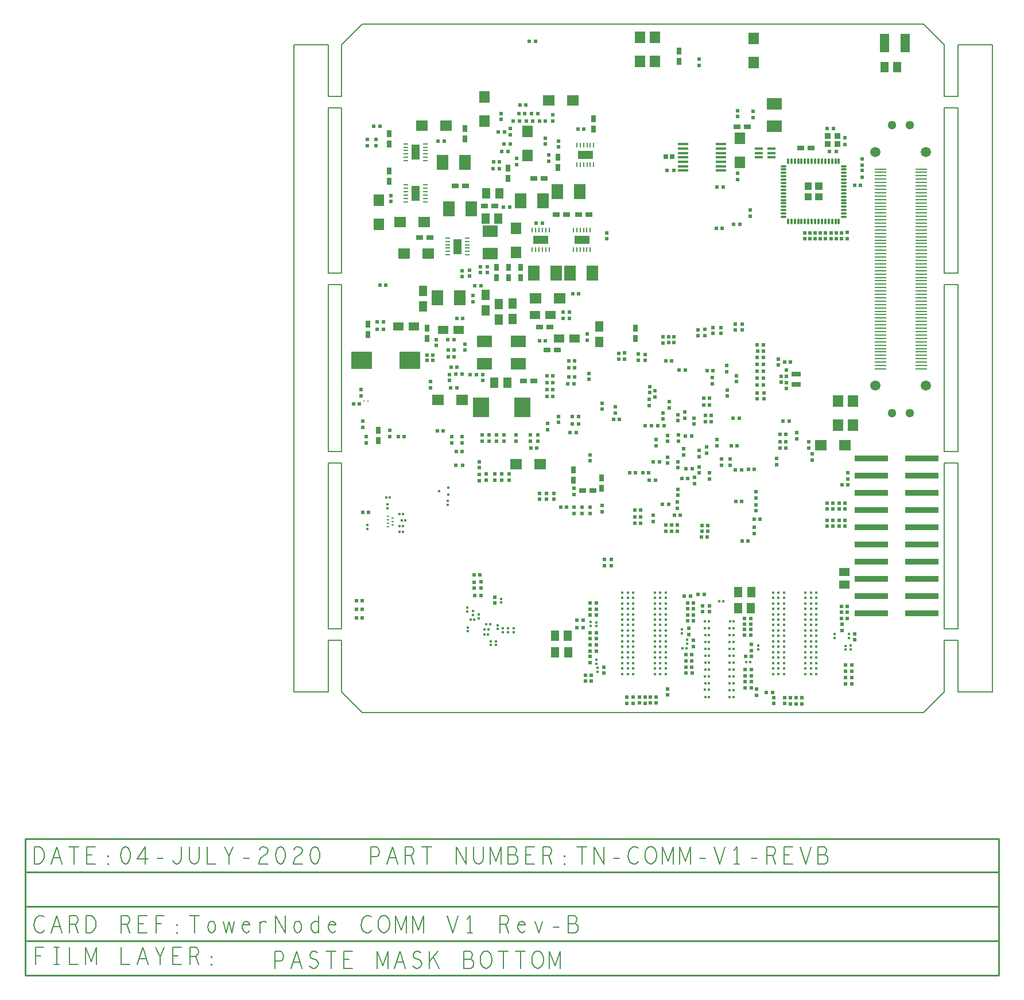
<source format=gbr>
G04 ================== begin FILE IDENTIFICATION RECORD ==================*
G04 Layout Name:  E:/CAD/CAD/FACEBOOK/COM V1/WORK/21-12-20/COM_V1_P2_21-12-2020_4.brd*
G04 Film Name:    COM_V1_P2_PB.gbr*
G04 File Format:  Gerber RS274X*
G04 File Origin:  Cadence Allegro 16.6-2015-S108*
G04 Origin Date:  Mon Dec 21 19:16:08 2020*
G04 *
G04 Layer:  DRAWING FORMAT/FILM_LABEL_OUTLINE*
G04 Layer:  PIN/PASTEMASK_BOTTOM*
G04 Layer:  PACKAGE GEOMETRY/PASTEMASK_BOTTOM*
G04 Layer:  BOARD GEOMETRY/OUTLINE*
G04 Layer:  BOARD GEOMETRY/TOOLING_CORNERS*
G04 *
G04 Offset:    (0.000 0.000)*
G04 Mirror:    No*
G04 Mode:      Positive*
G04 Rotation:  0*
G04 FullContactRelief:  No*
G04 UndefLineWidth:     6.000*
G04 ================== end FILE IDENTIFICATION RECORD ====================*
%FSLAX55Y55*MOIN*%
%IR0*IPPOS*OFA0.00000B0.00000*MIA0B0*SFA1.00000B1.00000*%
%ADD47R,.055X.11*%
%ADD19R,.094488X.114173*%
%ADD12R,.015748X.005906*%
%ADD25R,.007874X.007874*%
%ADD20R,.12X.1*%
%ADD38R,.194882X.033465*%
%ADD40R,.070866X.007874*%
%ADD23R,.04X.03*%
%ADD24R,.03X.04*%
%ADD28R,.027X.011*%
%ADD22R,.06X.05*%
%ADD15R,.017X.012*%
%ADD30R,.011X.027*%
%ADD21R,.05X.06*%
%ADD14R,.012X.017*%
%ADD13R,.07X.06*%
%ADD43R,.05X.017*%
%ADD32R,.06X.07*%
%ADD44R,.037X.033*%
%ADD46O,.0335X.0118*%
%ADD45O,.0118X.0335*%
%ADD37R,.059X.051*%
%ADD16R,.09X.065*%
%ADD31R,.091X.047*%
%ADD18R,.051X.059*%
%ADD17R,.065X.09*%
%ADD29R,.047X.091*%
%ADD26R,.0248X.02205*%
%ADD10R,.02X.02*%
%ADD27R,.02205X.0248*%
%ADD11R,.016142X.012205*%
%ADD41C,.051181*%
%ADD35R,.028X.028*%
%ADD33R,.024402X.024402*%
%ADD42C,.059055*%
%ADD34C,.015748*%
%ADD39R,.055118X.027559*%
%ADD36R,.062992X.01378*%
%ADD48C,.005*%
%ADD49C,.006*%
%ADD50C,.01*%
G75*
%LPD*%
G75*
G36*
G01X274947Y297558D02*
X279087D01*
Y301698D01*
X274947D01*
Y297558D01*
G37*
G36*
G01Y303658D02*
X279087D01*
Y307798D01*
X274947D01*
Y303658D01*
G37*
G36*
G01X268847D02*
X272987D01*
Y307798D01*
X268847D01*
Y303658D01*
G37*
G36*
G01Y297558D02*
X272987D01*
Y301698D01*
X268847D01*
Y297558D01*
G37*
G54D10*
X12126Y116129D03*
X15626D03*
X89018Y67048D03*
Y63548D03*
X76747Y72258D03*
Y75758D03*
X80279Y79986D03*
X76779D03*
X80861Y68088D03*
X77361D03*
X81008Y72292D03*
Y75792D03*
X79923Y142220D03*
X92930Y138517D03*
Y135017D03*
X88788Y138542D03*
Y135042D03*
X79924Y134678D03*
Y138178D03*
X97123Y135028D03*
Y138528D03*
X83930Y135036D03*
Y138536D03*
X8555Y54981D03*
X12055D03*
X8495Y64959D03*
X11995D03*
X8510Y59989D03*
X12010D03*
X27931Y163939D03*
Y160439D03*
X81469Y161148D03*
Y157648D03*
X55444Y163484D03*
X58944D03*
X36323Y160401D03*
X32823D03*
X63316Y188461D03*
X66816D03*
X113960Y161279D03*
Y157779D03*
X101230Y157692D03*
Y161192D03*
X109514Y157771D03*
Y161271D03*
X113316Y153623D03*
X109816D03*
X79923Y145720D03*
X89897Y161149D03*
Y157649D03*
X85724Y157637D03*
Y161137D03*
X53008Y204515D03*
X49508D03*
X62476Y192805D03*
Y196305D03*
X61856Y206696D03*
X65356D03*
X81917Y192842D03*
Y196342D03*
X71709Y210588D03*
Y214088D03*
X49456Y207547D03*
X52956D03*
X78104Y196359D03*
X74604D03*
X69862Y196537D03*
X66362D03*
X63493Y200720D03*
X66993D03*
X65362Y210786D03*
X61862D03*
X22208Y248271D03*
X25708D03*
X20677Y222786D03*
X24177D03*
X24182Y226979D03*
X20682D03*
X55002Y216689D03*
Y213189D03*
X77333Y247952D03*
X80833D03*
X65227Y216693D03*
X61727D03*
X66816Y229119D03*
X70316D03*
X70061Y253278D03*
Y256778D03*
X74234Y256976D03*
Y253476D03*
X84434Y258976D03*
Y255476D03*
X80434Y258976D03*
Y255476D03*
X76334Y242276D03*
Y238776D03*
X94084Y161138D03*
Y157638D03*
X10328Y179317D03*
X6828D03*
X66446Y151674D03*
X69946D03*
X93973Y293769D03*
X97473D03*
X59530Y331912D03*
X56030D03*
X110327Y347994D03*
X113827D03*
X96532Y326112D03*
X93032D03*
X91551Y315814D03*
X88051D03*
X97884Y335678D03*
Y339178D03*
X94544Y337223D03*
X91044D03*
X97828Y330407D03*
X94328D03*
X92420Y344492D03*
Y347992D03*
X102834Y347976D03*
X106334D03*
X18584Y340676D03*
X22084D03*
X28461Y300292D03*
Y296792D03*
X101734Y321926D03*
Y318426D03*
X99734Y343576D03*
X103234D03*
X113008Y284425D03*
X107002Y353114D03*
X103502D03*
X14969Y329401D03*
Y332901D03*
X19875Y329377D03*
Y332877D03*
X91585Y319938D03*
X88085D03*
X110816Y343631D03*
X107316D03*
X176243Y8923D03*
Y5423D03*
X182500Y9027D03*
Y5527D03*
X165589Y8923D03*
Y5423D03*
X169313Y8923D03*
Y5423D03*
X173037Y8974D03*
Y5474D03*
X179353Y8974D03*
Y5474D03*
X234342Y21437D03*
X141522Y21515D03*
X145022D03*
X141502Y18406D03*
X145002D03*
X203483Y22854D03*
X199983D03*
X234342Y14347D03*
Y17838D03*
X189315Y10132D03*
Y13632D03*
X134832Y130229D03*
Y126729D03*
X144134Y119176D03*
Y115676D03*
X232460Y99505D03*
X212396Y102114D03*
X208897D03*
X212651Y108475D03*
X209151D03*
X212651Y105320D03*
X209151D03*
X204801Y132956D03*
Y136456D03*
X232334Y122476D03*
X228834D03*
X178334Y139376D03*
X174834D03*
X167234Y139276D03*
X170734D03*
X200034Y141776D03*
X203534D03*
X213444Y135660D03*
Y139160D03*
X195334Y142276D03*
X207534Y142676D03*
Y139176D03*
X194934Y118776D03*
Y122276D03*
X201034Y136076D03*
X197534D03*
X178634Y134876D03*
X182134D03*
X195334Y129776D03*
Y126276D03*
X151134Y116676D03*
Y120176D03*
X203406Y26435D03*
X199906D03*
X203406Y33754D03*
X199906D03*
X203406Y30016D03*
X199906D03*
X144315Y42898D03*
X147815D03*
X144315Y39408D03*
X147815D03*
X144315Y46389D03*
X147815D03*
X144315Y35698D03*
X147815D03*
X204404Y53274D03*
X200904D03*
X144315Y56573D03*
X147815D03*
X233982Y54464D03*
X233930Y48142D03*
X234342Y24928D03*
X233930Y44956D03*
Y51329D03*
X144315Y60038D03*
X147815D03*
X144315Y63658D03*
X147815D03*
X202519Y67786D03*
X199019D03*
X204404Y63707D03*
X200904D03*
X204404Y60204D03*
X200904D03*
X204404Y56661D03*
X200904D03*
X189843Y121028D03*
X186343D03*
X139432Y115650D03*
Y119150D03*
X134932Y119173D03*
Y115673D03*
X173709Y110056D03*
Y113556D03*
X170209Y110056D03*
Y113556D03*
X188137Y108796D03*
X191637D03*
X188163Y105301D03*
X191663D03*
X180934Y111076D03*
Y114576D03*
X173709Y117486D03*
X170209D03*
X194925Y108810D03*
Y105310D03*
X193104Y114776D03*
X196604D03*
X156682Y85320D03*
Y88820D03*
X152523Y85328D03*
Y88828D03*
X136638Y49415D03*
X140138D03*
X140127Y53676D03*
X136627D03*
X144167Y28980D03*
Y32480D03*
X152309Y22903D03*
Y26403D03*
X201451Y48893D03*
Y45393D03*
X204381Y41872D03*
Y38372D03*
X234449Y32671D03*
X127154Y119177D03*
X130654D03*
X232234Y141104D03*
X228734D03*
X118988Y123839D03*
Y127339D03*
X114830Y123856D03*
Y127356D03*
X123165Y123895D03*
Y127395D03*
X206925Y68689D03*
X210425D03*
X213474Y58588D03*
Y62088D03*
X209734Y58588D03*
Y62088D03*
X119234Y183576D03*
X122734D03*
X133934Y171876D03*
X137434D03*
X144334Y149676D03*
Y146176D03*
X132634Y162776D03*
X136134D03*
X119234Y187576D03*
X122734D03*
X119234Y191576D03*
X122734D03*
X176365Y166566D03*
X179865D03*
X190334Y180476D03*
Y176976D03*
X189134Y157576D03*
Y161076D03*
X195434Y157776D03*
Y161276D03*
X203134Y160676D03*
X199634D03*
X207734Y148676D03*
Y152176D03*
X211834Y150676D03*
Y154176D03*
X189234Y144876D03*
Y148376D03*
X198734Y149676D03*
Y153176D03*
X214634Y172476D03*
X211134D03*
X186434Y170576D03*
Y174076D03*
X204634Y167476D03*
Y170976D03*
X210134Y178576D03*
X213634D03*
X187234Y166576D03*
X183734D03*
X214634Y168976D03*
X211134D03*
X210134Y182576D03*
X213634D03*
X184434Y145476D03*
X180934D03*
X182734Y158576D03*
Y155076D03*
X195134Y169576D03*
Y173076D03*
X199134Y171076D03*
Y174576D03*
X158834Y174076D03*
Y177576D03*
X178834Y189376D03*
Y185876D03*
X225734Y147176D03*
Y143676D03*
X195334Y145776D03*
X220534Y147176D03*
Y143676D03*
X157858Y170287D03*
X161358D03*
X151234Y176176D03*
Y179676D03*
X119418Y164310D03*
Y167810D03*
X133940Y167668D03*
X137440D03*
X217916Y158479D03*
Y154979D03*
X224034Y183905D03*
Y187405D03*
X215134Y190974D03*
Y194474D03*
X181917Y186843D03*
Y183343D03*
X178534Y181876D03*
Y178376D03*
X125884Y172106D03*
Y168606D03*
X134849Y190882D03*
X131349D03*
X227289Y170859D03*
X230789D03*
X229717Y155082D03*
X226217D03*
X119234Y195576D03*
X122734D03*
X229180Y192264D03*
Y195764D03*
X199436Y199070D03*
X195936D03*
X176134Y208111D03*
Y204611D03*
X172307Y208162D03*
Y204662D03*
X164152Y205321D03*
Y208821D03*
X160863Y205218D03*
Y208718D03*
X223534Y201596D03*
Y198096D03*
X212234Y198476D03*
X215734D03*
X188229Y204250D03*
X191729D03*
X135366Y194995D03*
X131866D03*
X135388Y204194D03*
X131888D03*
X135388Y200208D03*
X131888D03*
X128734Y232598D03*
X132234D03*
X142716Y216432D03*
Y219932D03*
X134234Y243376D03*
X137734D03*
X186434Y218276D03*
Y214776D03*
X132241Y228994D03*
X128741D03*
X228434Y225626D03*
Y222126D03*
X232434Y225626D03*
Y222126D03*
X220184Y223696D03*
Y220196D03*
X210934Y222471D03*
Y218971D03*
X215634Y223676D03*
Y220176D03*
X207029Y222376D03*
Y218876D03*
X189845Y214931D03*
Y218431D03*
X193054Y214931D03*
Y218431D03*
X114882Y216051D03*
X118382D03*
X143598Y193502D03*
Y197002D03*
X120375Y320314D03*
Y323814D03*
X231086Y283526D03*
X227586D03*
X207580Y376082D03*
Y379582D03*
X230018Y309712D03*
Y313212D03*
X118380Y333680D03*
Y330180D03*
X125927Y328457D03*
Y331957D03*
X217551Y281254D03*
X221051D03*
X229834Y346176D03*
Y349676D03*
X154034Y275126D03*
Y278626D03*
X140734Y338976D03*
X137234D03*
X122418Y347191D03*
Y343691D03*
X118324Y343648D03*
X114824D03*
X217993Y305214D03*
X221493D03*
X116508Y284425D03*
X257284Y8665D03*
Y5165D03*
X260542Y8613D03*
Y5113D03*
X264008Y8613D03*
Y5113D03*
X267369Y8561D03*
Y5061D03*
X250819Y8665D03*
Y5165D03*
X240954Y9974D03*
Y13474D03*
X296090Y16657D03*
X292590D03*
X296090Y20365D03*
X292590D03*
X237842Y21437D03*
Y14347D03*
Y17838D03*
X250220Y11556D03*
X246720D03*
X242934Y112176D03*
X239434D03*
X240434Y128176D03*
Y124676D03*
Y120676D03*
Y117176D03*
X235960Y99505D03*
X296090Y24010D03*
X292590D03*
X296110Y27532D03*
X292610D03*
X293623Y54702D03*
X290123D03*
X293623Y58128D03*
X290123D03*
X293623Y61476D03*
X290123D03*
X237482Y54464D03*
X237430Y48142D03*
X237842Y24928D03*
X237430Y44956D03*
Y51329D03*
X239538Y107540D03*
Y104040D03*
X237996Y39564D03*
Y36064D03*
X237949Y32671D03*
X290433Y51182D03*
Y47682D03*
X298023Y45659D03*
Y42159D03*
X288924Y108120D03*
Y111620D03*
X285230Y108120D03*
Y111620D03*
X292298Y108120D03*
Y111620D03*
Y118211D03*
Y121711D03*
X281752Y108120D03*
Y111620D03*
X288924Y118211D03*
Y121711D03*
X281752Y118211D03*
Y121711D03*
X285230Y118211D03*
Y121711D03*
X239610Y141293D03*
X236110D03*
X294001Y132350D03*
X290501D03*
X293998Y139136D03*
Y135636D03*
X258034Y161476D03*
X254534D03*
X254434Y157376D03*
X257934D03*
X258234Y188276D03*
Y191776D03*
X245234Y185676D03*
Y182176D03*
X241234Y185676D03*
Y182176D03*
X241334Y190176D03*
X244834D03*
X254468Y153720D03*
X257968D03*
X255129Y195291D03*
Y191791D03*
X273305Y150124D03*
Y146624D03*
X264149Y162501D03*
Y159001D03*
X271399Y153734D03*
Y157234D03*
X252674Y147480D03*
Y143980D03*
X253656Y205433D03*
Y201933D03*
X258234Y198876D03*
Y195376D03*
X244834Y206176D03*
X241334D03*
X244834Y198176D03*
X241334D03*
X244834Y202176D03*
X241334D03*
X244834Y194176D03*
X241334D03*
X260702Y203722D03*
X257202D03*
X244991Y209821D03*
X241491D03*
X244910Y213502D03*
X241410D03*
X256402Y169231D03*
X259902D03*
X239028Y349281D03*
Y345781D03*
X284146Y275284D03*
Y278784D03*
X274930Y275284D03*
Y278784D03*
X278008D03*
Y275284D03*
X268866Y278784D03*
Y275284D03*
X281069Y278784D03*
Y275284D03*
X287240D03*
Y278784D03*
X271886D03*
Y275284D03*
X290289D03*
Y278784D03*
X237405Y288342D03*
Y291842D03*
G54D11*
X56639Y128685D03*
X61757Y126717D03*
Y130654D03*
G54D20*
X11446Y204736D03*
X39446D03*
G54D21*
X99374Y228586D03*
Y237586D03*
X83730Y233618D03*
Y242618D03*
X91327Y237400D03*
Y228400D03*
X47188Y235886D03*
Y244886D03*
X149501Y215306D03*
Y224306D03*
G54D30*
X112581Y280416D03*
X110613D03*
Y268935D03*
X112581D03*
X142387Y280416D03*
Y268935D03*
X140418D03*
X138450Y280416D03*
X136481D03*
X134513D03*
Y268935D03*
X136481D03*
X138450D03*
X144355Y280416D03*
Y268935D03*
X140418Y280416D03*
X144387Y329616D03*
Y318135D03*
X142418D03*
X140450Y329616D03*
X138481D03*
X136513D03*
Y318135D03*
X138481D03*
X140450D03*
X146355Y329616D03*
Y318135D03*
X142418Y329616D03*
X118487Y280416D03*
Y268935D03*
X116518D03*
X114550Y280416D03*
Y268935D03*
X120455Y280416D03*
Y268935D03*
X116518Y280416D03*
G54D12*
X26820Y109871D03*
X29576Y108887D03*
Y110855D03*
Y112824D03*
X26820Y113808D03*
Y111839D03*
Y107902D03*
G54D31*
X115534Y274676D03*
X139434D03*
X141434Y323876D03*
G54D13*
X115402Y144213D03*
X101402D03*
X55944Y181608D03*
X69944D03*
X112576Y240484D03*
X60427Y341060D03*
X46427D03*
X47991Y284819D03*
X33991D03*
X36271Y266664D03*
X50271D03*
X126576Y240484D03*
X120285Y355532D03*
X134285D03*
X292172Y155450D03*
X278172D03*
G54D22*
X112286Y230978D03*
X67998Y222369D03*
X58998D03*
X41955Y224170D03*
X32955D03*
X121286Y230978D03*
X126223Y217348D03*
X135223D03*
G54D40*
X336470Y203568D03*
Y201600D03*
Y199631D03*
Y207505D03*
Y205537D03*
X312848Y199631D03*
Y201600D03*
Y203568D03*
Y205537D03*
Y207505D03*
Y209474D03*
Y211442D03*
Y213411D03*
Y215379D03*
Y217348D03*
Y219316D03*
Y221285D03*
Y223253D03*
Y225222D03*
Y227190D03*
Y229159D03*
Y231127D03*
Y233096D03*
Y235064D03*
Y237033D03*
Y239001D03*
Y240970D03*
Y242938D03*
Y244907D03*
Y246875D03*
Y248844D03*
Y250812D03*
Y252781D03*
Y254749D03*
Y256718D03*
Y258686D03*
Y260655D03*
Y262623D03*
X336470D03*
Y260655D03*
Y258686D03*
Y256718D03*
Y254749D03*
Y252781D03*
Y250812D03*
Y248844D03*
Y246875D03*
Y244907D03*
Y242938D03*
Y240970D03*
Y239001D03*
Y237033D03*
Y235064D03*
Y233096D03*
Y231127D03*
Y229159D03*
Y227190D03*
Y225222D03*
Y223253D03*
Y221285D03*
Y219316D03*
Y217348D03*
Y215379D03*
Y213411D03*
Y211442D03*
Y209474D03*
Y311836D03*
Y309867D03*
Y307899D03*
Y315773D03*
Y313804D03*
X312848Y307899D03*
Y309867D03*
Y311836D03*
Y313804D03*
Y315773D03*
Y264592D03*
Y266560D03*
Y268529D03*
Y270497D03*
Y272466D03*
Y274434D03*
Y276403D03*
Y278371D03*
Y280340D03*
Y282308D03*
Y284277D03*
Y286245D03*
Y288214D03*
Y290182D03*
Y292151D03*
Y294119D03*
Y296088D03*
Y298056D03*
Y300025D03*
Y301993D03*
Y303962D03*
Y305930D03*
X336470D03*
Y303962D03*
Y301993D03*
Y300025D03*
Y298056D03*
Y296088D03*
Y294119D03*
Y292151D03*
Y290182D03*
Y288214D03*
Y286245D03*
Y284277D03*
Y282308D03*
Y280340D03*
Y278371D03*
Y276403D03*
Y274434D03*
Y272466D03*
Y270497D03*
Y268529D03*
Y266560D03*
Y264592D03*
G54D50*
G01X-183757Y-112707D02*
X381593D01*
G01X381743Y-73471D02*
Y-152707D01*
X-183757D01*
G01Y-73376D02*
Y-152707D01*
G01Y-132707D02*
X381743D01*
Y-132557D01*
G01X-183757Y-92707D02*
X381693D01*
G01X-183757Y-73507D02*
X381743D01*
G54D41*
X329777Y174041D03*
X319541D03*
X329777Y341363D03*
X319541D03*
G54D32*
X101245Y267127D03*
Y281127D03*
X108062Y337619D03*
Y323619D03*
X82909Y357690D03*
Y343690D03*
X21515Y297506D03*
Y283506D03*
X231110Y319752D03*
Y333752D03*
X173114Y378303D03*
X181875Y378255D03*
X173114Y392303D03*
X181875Y392255D03*
X297025Y167069D03*
Y181069D03*
X288186Y167069D03*
Y181069D03*
X239308Y377671D03*
Y391671D03*
G54D14*
X86207Y51336D03*
X84023D03*
X85245Y48372D03*
X83061D03*
X33535Y105020D03*
X35719D03*
X25834Y125012D03*
X28018D03*
X33514Y108256D03*
X35698D03*
X34880Y111682D03*
X37064D03*
X33560Y115288D03*
X35744D03*
X82756Y45432D03*
X84940D03*
X74815Y53847D03*
X76999D03*
X213205Y21040D03*
X211021D03*
X213289Y8949D03*
X211104D03*
X213262Y13168D03*
X211078D03*
X225383Y17076D03*
X227567D03*
X213275Y16996D03*
X211091D03*
X225304Y21004D03*
X227488D03*
X225304Y13042D03*
X227488D03*
X225330Y9088D03*
X227514D03*
X197957Y37283D03*
X200141D03*
X213221Y48959D03*
X211037D03*
X225384Y49092D03*
X227568D03*
X213282Y45044D03*
X211097D03*
X213236Y53037D03*
X211052D03*
X213305Y37038D03*
X211121D03*
X225357Y41041D03*
X227541D03*
X225317Y33080D03*
X227501D03*
X213309Y29059D03*
X211125D03*
X225330Y25060D03*
X227514D03*
X213269Y33046D03*
X211085D03*
X219314Y64489D03*
X221498D03*
X225397Y45084D03*
X227581D03*
X225423Y53117D03*
X227607D03*
X225290Y37047D03*
X227474D03*
X213311Y24985D03*
X211127D03*
X225396Y29098D03*
X227580D03*
X213289Y41108D03*
X211105D03*
X237122Y29318D03*
X234938D03*
G54D23*
X111734Y192676D03*
X105734D03*
X115034Y223976D03*
X111634Y310376D03*
X65834Y306076D03*
X71834D03*
X51290Y275832D03*
X45290D03*
X88934Y294276D03*
X82934D03*
X140034Y129076D03*
X146034D03*
X125241Y210758D03*
X119241D03*
X121034Y223976D03*
X143434Y289376D03*
X137434D03*
X124634D03*
X130634D03*
X229434Y340376D03*
X235434D03*
X117634Y310376D03*
X272708Y327998D03*
X266708D03*
G54D42*
X339324Y189789D03*
X309994D03*
X339324Y325615D03*
X309994D03*
G54D33*
X112616Y389939D03*
X109076D03*
X301315Y306253D03*
X297774D03*
G54D15*
X26509Y118650D03*
Y120834D03*
X61628Y122897D03*
Y120713D03*
X76270Y56634D03*
Y58818D03*
X89504Y41388D03*
Y39204D03*
X14961Y108818D03*
Y106634D03*
X73351Y49374D03*
Y47190D03*
X96585Y48808D03*
Y46624D03*
X79685Y54724D03*
Y56908D03*
X90567Y50732D03*
Y48548D03*
X92731Y63874D03*
Y66059D03*
X99865Y48808D03*
Y46624D03*
X72853Y58637D03*
Y60821D03*
X86631Y41411D03*
Y39227D03*
X93530Y48831D03*
Y46647D03*
X147757Y52344D03*
Y50160D03*
X144467Y50330D03*
Y52514D03*
X148560Y23674D03*
Y25858D03*
X147781Y28319D03*
Y30504D03*
X197618Y48191D03*
Y46007D03*
X200648Y42212D03*
Y40028D03*
X292464Y38763D03*
Y36579D03*
X295696Y36605D03*
Y38789D03*
X241902Y38852D03*
Y36668D03*
X286273Y43353D03*
Y45537D03*
X294416Y45632D03*
Y43447D03*
G54D24*
X21331Y157939D03*
Y163939D03*
X96934Y258576D03*
Y252576D03*
X104034Y258576D03*
Y252576D03*
X90028Y258673D03*
Y252673D03*
X49610Y223310D03*
Y217310D03*
X15288Y219760D03*
Y225760D03*
X27634Y330276D03*
Y336276D03*
X27534Y308476D03*
Y314476D03*
X71534Y339276D03*
Y333276D03*
X96492Y310409D03*
Y316409D03*
X150913Y136157D03*
Y130157D03*
X134634Y140976D03*
Y134976D03*
X170486Y217396D03*
Y223396D03*
X125534Y322676D03*
Y316676D03*
X146234Y338876D03*
Y344876D03*
X195799Y378315D03*
Y384315D03*
G54D34*
X188165Y22451D03*
X162968D03*
X185015D03*
X166118D03*
X169267D03*
X181866D03*
X166118Y38199D03*
X181866D03*
X162968Y50797D03*
Y53947D03*
X166118Y57096D03*
Y60246D03*
X162968Y66545D03*
X188165Y50797D03*
X185015Y57096D03*
X188165Y60246D03*
Y66545D03*
X166118Y44498D03*
Y50797D03*
X162968Y69695D03*
X188165Y28750D03*
Y35049D03*
X185015Y44498D03*
X188165Y57096D03*
X162968Y28750D03*
Y35049D03*
X181866Y66545D03*
X188165Y47648D03*
X166118Y35049D03*
X162968Y47648D03*
Y57096D03*
Y63396D03*
X166118Y69695D03*
X185015Y47648D03*
X188165Y53947D03*
X185015Y60246D03*
X188165Y63396D03*
Y69695D03*
X162968Y25600D03*
Y31900D03*
X166118Y41348D03*
X169267Y50797D03*
X162968Y60246D03*
X188165Y25600D03*
Y31900D03*
X185015Y41348D03*
Y66545D03*
X181866Y44498D03*
X188165Y41348D03*
X169267Y35049D03*
X162968Y38199D03*
Y44498D03*
X188165Y38199D03*
Y44498D03*
X181866Y69695D03*
X166118Y66545D03*
X185015Y69695D03*
X169267D03*
X185015Y63396D03*
X166118D03*
X181866D03*
X169267Y60246D03*
Y66545D03*
Y63396D03*
X181866Y50797D03*
Y53947D03*
X169267Y47648D03*
X185015Y50797D03*
X166118Y47648D03*
X181866D03*
X166118Y53947D03*
X185015D03*
X169267D03*
X181866Y57096D03*
Y60246D03*
X169267Y57096D03*
X185015Y38199D03*
X169267Y41348D03*
X162968D03*
X169267Y44498D03*
X181866Y41348D03*
Y35049D03*
X166118Y31900D03*
X185015Y35049D03*
X181866Y25600D03*
X185015D03*
X166118D03*
X185015Y28750D03*
X166118D03*
X185015Y31900D03*
X181866Y28750D03*
X169267Y31900D03*
Y25600D03*
Y38199D03*
Y28750D03*
X181866Y31900D03*
X275666Y22451D03*
X250469D03*
X272516D03*
X253618D03*
X256768D03*
X269366D03*
X253618Y38199D03*
X269366D03*
X250469Y50797D03*
Y53947D03*
X253618Y57096D03*
Y60246D03*
X250469Y66545D03*
X275666Y50797D03*
X272516Y57096D03*
X275666Y60246D03*
Y66545D03*
X253618Y44498D03*
Y50797D03*
X250469Y69695D03*
X275666Y28750D03*
Y35049D03*
X272516Y44498D03*
X275666Y57096D03*
X250469Y28750D03*
Y35049D03*
X269366Y66545D03*
X275666Y47648D03*
X253618Y35049D03*
X250469Y47648D03*
Y57096D03*
Y63396D03*
X253618Y69695D03*
X272516Y47648D03*
X275666Y53947D03*
X272516Y60246D03*
X275666Y63396D03*
Y69695D03*
X250469Y25600D03*
Y31900D03*
X253618Y41348D03*
X256768Y50797D03*
X250469Y60246D03*
X275666Y25600D03*
Y31900D03*
X272516Y41348D03*
Y66545D03*
X269366Y44498D03*
X275666Y41348D03*
X256768Y35049D03*
X250469Y38199D03*
Y44498D03*
X275666Y38199D03*
Y44498D03*
X269366Y69695D03*
X253618Y66545D03*
X272516Y69695D03*
X256768D03*
X272516Y63396D03*
X253618D03*
X269366D03*
X256768Y60246D03*
Y66545D03*
Y63396D03*
X269366Y50797D03*
Y53947D03*
X256768Y47648D03*
X272516Y50797D03*
X253618Y47648D03*
X269366D03*
X253618Y53947D03*
X272516D03*
X256768D03*
X269366Y57096D03*
Y60246D03*
X256768Y57096D03*
X272516Y38199D03*
X256768Y41348D03*
X250469D03*
X256768Y44498D03*
X269366Y41348D03*
Y35049D03*
X253618Y31900D03*
X272516Y35049D03*
X269366Y25600D03*
X272516D03*
X253618D03*
X272516Y28750D03*
X253618D03*
X272516Y31900D03*
X269366Y28750D03*
X256768Y31900D03*
Y25600D03*
Y38199D03*
Y28750D03*
X269366Y31900D03*
G54D16*
X102534Y202580D03*
Y215572D03*
X82834Y202580D03*
Y215572D03*
X86291Y279516D03*
Y266524D03*
X251234Y340480D03*
Y353472D03*
G54D43*
X249644Y327662D03*
X242144Y322562D03*
X249644Y325112D03*
X242144D03*
Y327662D03*
X249644Y322562D03*
G54D25*
X15329Y180964D03*
X12967D03*
G54D35*
X188224Y322917D03*
X192014D03*
G54D26*
X12353Y169292D03*
Y165474D03*
X14142Y160419D03*
Y156601D03*
X51597Y188514D03*
Y192332D03*
X11229Y183870D03*
Y187688D03*
X69938Y160371D03*
Y156553D03*
X63788Y160370D03*
Y156552D03*
X292406Y330084D03*
Y333902D03*
X293597Y278943D03*
Y275125D03*
X302103Y321614D03*
Y317796D03*
Y311045D03*
Y314863D03*
G54D17*
X55538Y240976D03*
X68530D03*
X111538Y255176D03*
X71530Y319676D03*
X58538D03*
X75130Y292576D03*
X62138D03*
X104038Y297176D03*
X124530Y255176D03*
X132738D03*
X145730D03*
X125238Y302776D03*
X138230D03*
X117030Y297176D03*
G54D44*
X282328Y334851D03*
Y330323D03*
X288036Y334851D03*
Y330323D03*
G54D36*
X198108Y330172D03*
Y327612D03*
Y317376D03*
X220155Y319935D03*
X198108Y325054D03*
Y319935D03*
X220155Y317376D03*
Y325054D03*
X198108Y314817D03*
X220155Y322494D03*
X198108D03*
X220155Y314817D03*
Y327612D03*
Y330172D03*
G54D27*
X70209Y143608D03*
X66391D03*
X188950Y314856D03*
X192768D03*
X281861Y339370D03*
X285679D03*
X287215Y326088D03*
X283397D03*
G54D18*
X88719Y191671D03*
X96199D03*
X90914Y286878D03*
X83434D03*
X91414Y301676D03*
X83934D03*
X131330Y44769D03*
X123849D03*
X131433Y35046D03*
X123953D03*
X230220Y60764D03*
X230335Y70008D03*
X237700Y60764D03*
X237816Y70008D03*
X322622Y374916D03*
X315142D03*
G54D45*
X282827Y320198D03*
X284797D03*
X274947D03*
X271017Y285158D03*
Y320198D03*
X286767D03*
X269047D03*
X276917D03*
X269047Y285158D03*
X265107Y320198D03*
X261167D03*
X263137D03*
X288727D03*
X259207Y285158D03*
X263137D03*
X265107D03*
X267077D03*
X261167D03*
X276917D03*
X274947D03*
X272987D03*
X280857D03*
X278887D03*
X284797D03*
X286767D03*
X280857Y320198D03*
X278887D03*
X259207D03*
X288727Y285158D03*
X282827D03*
X272987Y320198D03*
X267077D03*
G54D37*
X291989Y74290D03*
Y81770D03*
G54D46*
X291487Y287918D03*
Y313508D03*
X256447Y307598D03*
X291487Y303658D03*
Y297758D03*
X256447Y317438D03*
X291487Y295788D03*
Y291848D03*
Y293818D03*
Y289878D03*
X256447Y295788D03*
Y293818D03*
Y287918D03*
Y301698D03*
Y299728D03*
Y305628D03*
Y303658D03*
Y297758D03*
X291487Y315478D03*
Y309568D03*
Y305628D03*
Y299728D03*
Y317438D03*
Y311538D03*
Y307598D03*
Y301698D03*
X256447Y313508D03*
Y315478D03*
Y289878D03*
Y311538D03*
Y291848D03*
Y309568D03*
G54D28*
X37093Y328429D03*
X48575D03*
Y326460D03*
X37093Y324492D03*
Y322522D03*
Y320555D03*
X48575D03*
Y322522D03*
Y324492D03*
X37093Y330396D03*
X48575D03*
X37093Y326460D03*
Y304529D03*
X48575D03*
Y302560D03*
X37093Y300592D03*
Y298622D03*
Y296655D03*
X48575D03*
Y298622D03*
Y300592D03*
X37093Y306497D03*
X48575D03*
X37093Y302560D03*
X61493Y273729D03*
X72975D03*
Y271760D03*
X61493Y269792D03*
Y267822D03*
Y265855D03*
X72975D03*
Y267822D03*
Y269792D03*
X61493Y275696D03*
X72975D03*
X61493Y271760D03*
G54D19*
X81034Y177376D03*
X105050D03*
G54D29*
X42834Y325476D03*
Y301576D03*
X67234Y270776D03*
G54D38*
X336939Y57558D03*
Y67558D03*
Y77558D03*
Y87558D03*
Y97558D03*
Y107558D03*
Y117558D03*
Y127558D03*
Y137558D03*
X307451D03*
Y127558D03*
Y117558D03*
Y107558D03*
Y97558D03*
Y87558D03*
Y77558D03*
Y67558D03*
Y57558D03*
X336939Y147558D03*
X307451D03*
G54D47*
X327342Y388840D03*
X315142D03*
G54D48*
G01X-27874Y388000D02*
Y12000D01*
G01D02*
X-7874D01*
G01Y42000D02*
Y12000D01*
G01Y42000D02*
X0D01*
G01X-7874Y48700D02*
X0D01*
G01X-7874Y144800D02*
Y48700D01*
G01Y248500D02*
X0D01*
G01X-7874Y255200D02*
X0D01*
G01X-7874Y151500D02*
X0D01*
G01X-7874Y144800D02*
X0D01*
G01X-7874Y248500D02*
Y151500D01*
G01Y351300D02*
Y255200D01*
G01Y388000D02*
Y358000D01*
G01D02*
X0D01*
G01X-7874Y351300D02*
X0D01*
G01X-27874Y388000D02*
X-7874D01*
G01X12000Y0D02*
X0Y12000D01*
G01X12000Y0D02*
X338000D01*
G01X0Y42000D02*
Y12000D01*
G01Y144800D02*
Y48700D01*
G01Y351300D02*
Y255200D01*
G01Y248500D02*
Y151500D01*
G01Y388000D02*
Y358000D01*
G01Y388000D02*
X12000Y400000D01*
G01X338000D02*
X12000D01*
G01X350000Y12000D02*
X338000Y0D01*
G01X350000Y12000D02*
Y42000D01*
G01Y48700D02*
X357874D01*
G01X350000Y42000D02*
X357874D01*
G01X350000Y48700D02*
Y144800D01*
G01Y255200D02*
X357874D01*
G01X350000Y248500D02*
X357874D01*
G01X350000Y144800D02*
X357874D01*
G01X350000Y151500D02*
X357874D01*
G01X350000D02*
Y248500D01*
G01Y255200D02*
Y351300D01*
G01D02*
X357874D01*
G01X350000Y358000D02*
X357874D01*
G01X350000D02*
Y388000D01*
G01X338000Y400000D02*
X350000Y388000D01*
G01X377874Y12000D02*
Y388000D01*
G01X357874Y12000D02*
Y42000D01*
G01Y12000D02*
X377874D01*
G01X357874Y48700D02*
Y144800D01*
G01Y151500D02*
Y248500D01*
G01Y255200D02*
Y351300D01*
G01Y358000D02*
Y388000D01*
G01D02*
X377874D01*
G54D39*
X264034Y196628D03*
Y190723D03*
G54D49*
G01X-172757Y-118840D02*
X-173507Y-118340D01*
X-174382Y-118007D01*
X-175382D01*
X-176507Y-118507D01*
X-177382Y-119340D01*
X-178007Y-120340D01*
X-178507Y-122007D01*
X-178632Y-123507D01*
X-178382Y-125007D01*
X-178007Y-126007D01*
X-177257Y-127007D01*
X-176382Y-127674D01*
X-175507Y-128007D01*
X-174632D01*
X-173757Y-127674D01*
X-173007Y-127174D01*
X-172382Y-126507D01*
G01X-168632Y-128007D02*
X-165507Y-118007D01*
X-162382Y-128007D01*
G01X-163507Y-124507D02*
X-167507D01*
G01X-158007Y-128007D02*
Y-118007D01*
X-154882D01*
X-153882Y-118507D01*
X-153257Y-119174D01*
X-153007Y-120507D01*
X-153257Y-121840D01*
X-154007Y-122673D01*
X-154882Y-123174D01*
X-158007D01*
G01X-154882D02*
X-153007Y-128007D01*
G01X-148257D02*
Y-118007D01*
X-145757D01*
X-144757Y-118507D01*
X-144007Y-119174D01*
X-143382Y-120173D01*
X-142882Y-121340D01*
X-142757Y-123007D01*
X-142882Y-124674D01*
X-143382Y-125840D01*
X-144007Y-126840D01*
X-144757Y-127507D01*
X-145757Y-128007D01*
X-148257D01*
G01X-128007D02*
Y-118007D01*
X-124882D01*
X-123882Y-118507D01*
X-123257Y-119174D01*
X-123007Y-120507D01*
X-123257Y-121840D01*
X-124007Y-122673D01*
X-124882Y-123174D01*
X-128007D01*
G01X-124882D02*
X-123007Y-128007D01*
G01X-113007D02*
X-118007D01*
Y-118007D01*
X-113007D01*
G01X-115007Y-122840D02*
X-118007D01*
G01X-107882Y-128007D02*
Y-118007D01*
X-103132D01*
G01X-104882Y-122840D02*
X-107882D01*
G01X-95507Y-128340D02*
X-95757Y-128173D01*
Y-127840D01*
X-95507Y-127674D01*
X-95257Y-127840D01*
Y-128173D01*
X-95507Y-128340D01*
G01Y-123840D02*
X-95757Y-123673D01*
Y-123340D01*
X-95507Y-123174D01*
X-95257Y-123340D01*
Y-123673D01*
X-95507Y-123840D01*
G01X-85507Y-118007D02*
Y-128007D01*
G01X-88382Y-118007D02*
X-82632D01*
G01X-75507Y-128007D02*
X-76257Y-127840D01*
X-77007Y-127174D01*
X-77507Y-126007D01*
X-77757Y-124674D01*
X-77507Y-123340D01*
X-77007Y-122174D01*
X-76257Y-121507D01*
X-75507Y-121340D01*
X-74757Y-121507D01*
X-74007Y-122174D01*
X-73507Y-123340D01*
X-73382Y-124674D01*
X-73507Y-126007D01*
X-74007Y-127174D01*
X-74757Y-127840D01*
X-75507Y-128007D01*
G01X-68632Y-121340D02*
X-67132Y-128007D01*
X-65507Y-121340D01*
X-63882Y-128007D01*
X-62382Y-121340D01*
G01X-57382Y-123507D02*
X-53382D01*
X-53757Y-122340D01*
X-54382Y-121674D01*
X-55257Y-121340D01*
X-56132Y-121507D01*
X-56882Y-122007D01*
X-57382Y-123174D01*
X-57632Y-124174D01*
Y-125173D01*
X-57382Y-126174D01*
X-56757Y-127174D01*
X-56007Y-127840D01*
X-55132Y-128007D01*
X-54257Y-127674D01*
X-53382Y-126674D01*
G01X-47257Y-128007D02*
Y-121340D01*
G01Y-122673D02*
X-46632Y-122007D01*
X-46007Y-121507D01*
X-45132Y-121340D01*
X-44507Y-121507D01*
X-43757Y-122007D01*
G01X-38382Y-128007D02*
Y-118007D01*
X-32632Y-128007D01*
Y-118007D01*
G01X-25507Y-128007D02*
X-26257Y-127840D01*
X-27007Y-127174D01*
X-27507Y-126007D01*
X-27757Y-124674D01*
X-27507Y-123340D01*
X-27007Y-122174D01*
X-26257Y-121507D01*
X-25507Y-121340D01*
X-24757Y-121507D01*
X-24007Y-122174D01*
X-23507Y-123340D01*
X-23382Y-124674D01*
X-23507Y-126007D01*
X-24007Y-127174D01*
X-24757Y-127840D01*
X-25507Y-128007D01*
G01X-13257Y-118007D02*
Y-128007D01*
G01Y-126507D02*
X-13757Y-127340D01*
X-14507Y-127840D01*
X-15382Y-128007D01*
X-16382Y-127674D01*
X-17132Y-126840D01*
X-17632Y-125840D01*
X-17757Y-124674D01*
X-17632Y-123507D01*
X-17132Y-122507D01*
X-16382Y-121674D01*
X-15382Y-121340D01*
X-14507Y-121507D01*
X-13882Y-121840D01*
X-13257Y-122507D01*
G01X-7382Y-123507D02*
X-3382D01*
X-3757Y-122340D01*
X-4382Y-121674D01*
X-5257Y-121340D01*
X-6132Y-121507D01*
X-6882Y-122007D01*
X-7382Y-123174D01*
X-7632Y-124174D01*
Y-125173D01*
X-7382Y-126174D01*
X-6757Y-127174D01*
X-6007Y-127840D01*
X-5132Y-128007D01*
X-4257Y-127674D01*
X-3382Y-126674D01*
G01X17243Y-118840D02*
X16493Y-118340D01*
X15618Y-118007D01*
X14618D01*
X13493Y-118507D01*
X12618Y-119340D01*
X11993Y-120340D01*
X11493Y-122007D01*
X11368Y-123507D01*
X11618Y-125007D01*
X11993Y-126007D01*
X12743Y-127007D01*
X13618Y-127674D01*
X14493Y-128007D01*
X15368D01*
X16243Y-127674D01*
X16993Y-127174D01*
X17618Y-126507D01*
G01X24493Y-128007D02*
X23493Y-127840D01*
X22618Y-127174D01*
X21868Y-126174D01*
X21368Y-125007D01*
X21118Y-123673D01*
Y-122340D01*
X21368Y-121007D01*
X21868Y-119840D01*
X22618Y-118840D01*
X23493Y-118173D01*
X24493Y-118007D01*
X25493Y-118173D01*
X26368Y-118840D01*
X27118Y-119840D01*
X27618Y-121007D01*
X27868Y-122340D01*
Y-123673D01*
X27618Y-125007D01*
X27118Y-126174D01*
X26368Y-127174D01*
X25493Y-127840D01*
X24493Y-128007D01*
G01X31243D02*
Y-118007D01*
X34493Y-126340D01*
X37743Y-118007D01*
Y-128007D01*
G01X41243D02*
Y-118007D01*
X44493Y-126340D01*
X47743Y-118007D01*
Y-128007D01*
G01X61368Y-118007D02*
X64493Y-128007D01*
X67618Y-118007D01*
G01X74493Y-128007D02*
Y-118007D01*
X72993Y-120007D01*
G01Y-128007D02*
X75993D01*
G01X91993D02*
Y-118007D01*
X95118D01*
X96118Y-118507D01*
X96743Y-119174D01*
X96993Y-120507D01*
X96743Y-121840D01*
X95993Y-122673D01*
X95118Y-123174D01*
X91993D01*
G01X95118D02*
X96993Y-128007D01*
G01X102618Y-123507D02*
X106618D01*
X106243Y-122340D01*
X105618Y-121674D01*
X104743Y-121340D01*
X103868Y-121507D01*
X103118Y-122007D01*
X102618Y-123174D01*
X102368Y-124174D01*
Y-125173D01*
X102618Y-126174D01*
X103243Y-127174D01*
X103993Y-127840D01*
X104868Y-128007D01*
X105743Y-127674D01*
X106618Y-126674D01*
G01X112243Y-121340D02*
X114493Y-128007D01*
X116743Y-121340D01*
G01X122868Y-124674D02*
X126118D01*
G01X135493Y-122673D02*
X135993Y-122174D01*
X136368Y-121340D01*
X136618Y-120173D01*
X136368Y-119174D01*
X135868Y-118507D01*
X134993Y-118007D01*
X131618D01*
Y-128007D01*
X135743D01*
X136618Y-127340D01*
X137118Y-126340D01*
X137368Y-125173D01*
X137118Y-124007D01*
X136368Y-123007D01*
X135493Y-122673D01*
X131618D01*
G01X-177882Y-146507D02*
Y-136507D01*
X-173132D01*
G01X-174882Y-141340D02*
X-177882D01*
G01X-167007Y-136507D02*
X-164007D01*
G01X-165507D02*
Y-146507D01*
G01X-167007D02*
X-164007D01*
G01X-158007Y-136507D02*
Y-146507D01*
X-153007D01*
G01X-148757D02*
Y-136507D01*
X-145507Y-144840D01*
X-142257Y-136507D01*
Y-146507D01*
G01X-128007Y-136507D02*
Y-146507D01*
X-123007D01*
G01X-118632D02*
X-115507Y-136507D01*
X-112382Y-146507D01*
G01X-113507Y-143007D02*
X-117507D01*
G01X-105507Y-146507D02*
Y-142007D01*
X-108007Y-136507D01*
G01X-103007D02*
X-105507Y-142007D01*
G01X-93007Y-146507D02*
X-98007D01*
Y-136507D01*
X-93007D01*
G01X-95007Y-141340D02*
X-98007D01*
G01X-88007Y-146507D02*
Y-136507D01*
X-84882D01*
X-83882Y-137007D01*
X-83257Y-137673D01*
X-83007Y-139007D01*
X-83257Y-140340D01*
X-84007Y-141173D01*
X-84882Y-141674D01*
X-88007D01*
G01X-84882D02*
X-83007Y-146507D01*
G01X-75507Y-146840D02*
X-75757Y-146673D01*
Y-146340D01*
X-75507Y-146174D01*
X-75257Y-146340D01*
Y-146673D01*
X-75507Y-146840D01*
G01Y-142340D02*
X-75757Y-142174D01*
Y-141840D01*
X-75507Y-141674D01*
X-75257Y-141840D01*
Y-142174D01*
X-75507Y-142340D01*
G01X-178257Y-88007D02*
Y-78007D01*
X-175757D01*
X-174757Y-78507D01*
X-174007Y-79174D01*
X-173382Y-80173D01*
X-172882Y-81340D01*
X-172757Y-83007D01*
X-172882Y-84674D01*
X-173382Y-85840D01*
X-174007Y-86840D01*
X-174757Y-87507D01*
X-175757Y-88007D01*
X-178257D01*
G01X-168632D02*
X-165507Y-78007D01*
X-162382Y-88007D01*
G01X-163507Y-84507D02*
X-167507D01*
G01X-155507Y-78007D02*
Y-88007D01*
G01X-158382Y-78007D02*
X-152632D01*
G01X-143007Y-88007D02*
X-148007D01*
Y-78007D01*
X-143007D01*
G01X-145007Y-82840D02*
X-148007D01*
G01X-135507Y-88340D02*
X-135757Y-88173D01*
Y-87840D01*
X-135507Y-87674D01*
X-135257Y-87840D01*
Y-88173D01*
X-135507Y-88340D01*
G01Y-83840D02*
X-135757Y-83674D01*
Y-83340D01*
X-135507Y-83174D01*
X-135257Y-83340D01*
Y-83674D01*
X-135507Y-83840D01*
G01X-125507Y-78007D02*
X-126507Y-78340D01*
X-127257Y-79174D01*
X-127757Y-80173D01*
X-128132Y-81507D01*
X-128257Y-83007D01*
X-128132Y-84507D01*
X-127757Y-85840D01*
X-127257Y-86840D01*
X-126507Y-87674D01*
X-125507Y-88007D01*
X-124507Y-87674D01*
X-123757Y-86840D01*
X-123257Y-85840D01*
X-122882Y-84507D01*
X-122757Y-83007D01*
X-122882Y-81507D01*
X-123257Y-80173D01*
X-123757Y-79174D01*
X-124507Y-78340D01*
X-125507Y-78007D01*
G01X-114007Y-88007D02*
Y-78007D01*
X-118632Y-85174D01*
X-112382D01*
G01X-107132Y-84674D02*
X-103882D01*
G01X-98007Y-86007D02*
X-97382Y-87007D01*
X-96632Y-87674D01*
X-95757Y-88007D01*
X-94757Y-87674D01*
X-94007Y-87007D01*
X-93257Y-86007D01*
X-93007Y-84674D01*
Y-78007D01*
G01X-88257D02*
Y-85174D01*
X-87757Y-86674D01*
X-86757Y-87674D01*
X-85507Y-88007D01*
X-84257Y-87674D01*
X-83257Y-86674D01*
X-82757Y-85174D01*
Y-78007D01*
G01X-78007D02*
Y-88007D01*
X-73007D01*
G01X-65507D02*
Y-83507D01*
X-68007Y-78007D01*
G01X-63007D02*
X-65507Y-83507D01*
G01X-57132Y-84674D02*
X-53882D01*
G01X-47882Y-79673D02*
X-47132Y-78674D01*
X-46257Y-78173D01*
X-45257Y-78007D01*
X-44007Y-78340D01*
X-43132Y-79174D01*
X-42882Y-80173D01*
X-43007Y-81174D01*
X-43507Y-82007D01*
X-46007Y-83674D01*
X-47132Y-84840D01*
X-47882Y-86507D01*
X-48132Y-88007D01*
X-42882D01*
G01X-35507Y-78007D02*
X-36507Y-78340D01*
X-37257Y-79174D01*
X-37757Y-80173D01*
X-38132Y-81507D01*
X-38257Y-83007D01*
X-38132Y-84507D01*
X-37757Y-85840D01*
X-37257Y-86840D01*
X-36507Y-87674D01*
X-35507Y-88007D01*
X-34507Y-87674D01*
X-33757Y-86840D01*
X-33257Y-85840D01*
X-32882Y-84507D01*
X-32757Y-83007D01*
X-32882Y-81507D01*
X-33257Y-80173D01*
X-33757Y-79174D01*
X-34507Y-78340D01*
X-35507Y-78007D01*
G01X-27882Y-79673D02*
X-27132Y-78674D01*
X-26257Y-78173D01*
X-25257Y-78007D01*
X-24007Y-78340D01*
X-23132Y-79174D01*
X-22882Y-80173D01*
X-23007Y-81174D01*
X-23507Y-82007D01*
X-26007Y-83674D01*
X-27132Y-84840D01*
X-27882Y-86507D01*
X-28132Y-88007D01*
X-22882D01*
G01X-15507Y-78007D02*
X-16507Y-78340D01*
X-17257Y-79174D01*
X-17757Y-80173D01*
X-18132Y-81507D01*
X-18257Y-83007D01*
X-18132Y-84507D01*
X-17757Y-85840D01*
X-17257Y-86840D01*
X-16507Y-87674D01*
X-15507Y-88007D01*
X-14507Y-87674D01*
X-13757Y-86840D01*
X-13257Y-85840D01*
X-12882Y-84507D01*
X-12757Y-83007D01*
X-12882Y-81507D01*
X-13257Y-80173D01*
X-13757Y-79174D01*
X-14507Y-78340D01*
X-15507Y-78007D01*
G01X-38704Y-148644D02*
Y-138644D01*
X-35704D01*
X-34704Y-139144D01*
X-33954Y-140310D01*
X-33704Y-141644D01*
X-33954Y-142977D01*
X-34579Y-143977D01*
X-35704Y-144477D01*
X-38704D01*
G01X-29329Y-148644D02*
X-26204Y-138644D01*
X-23079Y-148644D01*
G01X-24204Y-145144D02*
X-28204D01*
G01X-18829Y-147311D02*
X-17829Y-148144D01*
X-16704Y-148644D01*
X-15704D01*
X-14704Y-148144D01*
X-13954Y-147311D01*
X-13579Y-146144D01*
X-13829Y-144977D01*
X-14454Y-143977D01*
X-15579Y-143310D01*
X-17079Y-142977D01*
X-17954Y-142311D01*
X-18329Y-141144D01*
X-18079Y-139977D01*
X-17454Y-139144D01*
X-16579Y-138644D01*
X-15704D01*
X-14829Y-138977D01*
X-14079Y-139811D01*
G01X-6204Y-138644D02*
Y-148644D01*
G01X-9079Y-138644D02*
X-3329D01*
G01X6296Y-148644D02*
X1296D01*
Y-138644D01*
X6296D01*
G01X4296Y-143477D02*
X1296D01*
G01X20546Y-148644D02*
Y-138644D01*
X23796Y-146977D01*
X27046Y-138644D01*
Y-148644D01*
G01X30671D02*
X33796Y-138644D01*
X36921Y-148644D01*
G01X35796Y-145144D02*
X31796D01*
G01X41171Y-147311D02*
X42171Y-148144D01*
X43296Y-148644D01*
X44296D01*
X45296Y-148144D01*
X46046Y-147311D01*
X46421Y-146144D01*
X46171Y-144977D01*
X45546Y-143977D01*
X44421Y-143310D01*
X42921Y-142977D01*
X42046Y-142311D01*
X41671Y-141144D01*
X41921Y-139977D01*
X42546Y-139144D01*
X43421Y-138644D01*
X44296D01*
X45171Y-138977D01*
X45921Y-139811D01*
G01X51046Y-148644D02*
Y-138644D01*
G01X55796D02*
X51046Y-144811D01*
G01X56546Y-148644D02*
X53171Y-141977D01*
G01X74796Y-143310D02*
X75296Y-142810D01*
X75671Y-141977D01*
X75921Y-140810D01*
X75671Y-139811D01*
X75171Y-139144D01*
X74296Y-138644D01*
X70921D01*
Y-148644D01*
X75046D01*
X75921Y-147977D01*
X76421Y-146977D01*
X76671Y-145810D01*
X76421Y-144644D01*
X75671Y-143644D01*
X74796Y-143310D01*
X70921D01*
G01X83796Y-148644D02*
X82796Y-148477D01*
X81921Y-147811D01*
X81171Y-146811D01*
X80671Y-145644D01*
X80421Y-144310D01*
Y-142977D01*
X80671Y-141644D01*
X81171Y-140477D01*
X81921Y-139477D01*
X82796Y-138810D01*
X83796Y-138644D01*
X84796Y-138810D01*
X85671Y-139477D01*
X86421Y-140477D01*
X86921Y-141644D01*
X87171Y-142977D01*
Y-144310D01*
X86921Y-145644D01*
X86421Y-146811D01*
X85671Y-147811D01*
X84796Y-148477D01*
X83796Y-148644D01*
G01X93796Y-138644D02*
Y-148644D01*
G01X90921Y-138644D02*
X96671D01*
G01X103796D02*
Y-148644D01*
G01X100921Y-138644D02*
X106671D01*
G01X113796Y-148644D02*
X112796Y-148477D01*
X111921Y-147811D01*
X111171Y-146811D01*
X110671Y-145644D01*
X110421Y-144310D01*
Y-142977D01*
X110671Y-141644D01*
X111171Y-140477D01*
X111921Y-139477D01*
X112796Y-138810D01*
X113796Y-138644D01*
X114796Y-138810D01*
X115671Y-139477D01*
X116421Y-140477D01*
X116921Y-141644D01*
X117171Y-142977D01*
Y-144310D01*
X116921Y-145644D01*
X116421Y-146811D01*
X115671Y-147811D01*
X114796Y-148477D01*
X113796Y-148644D01*
G01X120546D02*
Y-138644D01*
X123796Y-146977D01*
X127046Y-138644D01*
Y-148644D01*
G01X16993Y-88007D02*
Y-78007D01*
X19993D01*
X20993Y-78507D01*
X21743Y-79673D01*
X21993Y-81007D01*
X21743Y-82340D01*
X21118Y-83340D01*
X19993Y-83840D01*
X16993D01*
G01X26368Y-88007D02*
X29493Y-78007D01*
X32618Y-88007D01*
G01X31493Y-84507D02*
X27493D01*
G01X36993Y-88007D02*
Y-78007D01*
X40118D01*
X41118Y-78507D01*
X41743Y-79174D01*
X41993Y-80507D01*
X41743Y-81840D01*
X40993Y-82673D01*
X40118Y-83174D01*
X36993D01*
G01X40118D02*
X41993Y-88007D01*
G01X49493Y-78007D02*
Y-88007D01*
G01X46618Y-78007D02*
X52368D01*
G01X66618Y-88007D02*
Y-78007D01*
X72368Y-88007D01*
Y-78007D01*
G01X76743D02*
Y-85174D01*
X77243Y-86674D01*
X78243Y-87674D01*
X79493Y-88007D01*
X80743Y-87674D01*
X81743Y-86674D01*
X82243Y-85174D01*
Y-78007D01*
G01X86243Y-88007D02*
Y-78007D01*
X89493Y-86340D01*
X92743Y-78007D01*
Y-88007D01*
G01X100493Y-82673D02*
X100993Y-82174D01*
X101368Y-81340D01*
X101618Y-80173D01*
X101368Y-79174D01*
X100868Y-78507D01*
X99993Y-78007D01*
X96618D01*
Y-88007D01*
X100743D01*
X101618Y-87340D01*
X102118Y-86340D01*
X102368Y-85174D01*
X102118Y-84007D01*
X101368Y-83007D01*
X100493Y-82673D01*
X96618D01*
G01X111993Y-88007D02*
X106993D01*
Y-78007D01*
X111993D01*
G01X109993Y-82840D02*
X106993D01*
G01X116993Y-88007D02*
Y-78007D01*
X120118D01*
X121118Y-78507D01*
X121743Y-79174D01*
X121993Y-80507D01*
X121743Y-81840D01*
X120993Y-82673D01*
X120118Y-83174D01*
X116993D01*
G01X120118D02*
X121993Y-88007D01*
G01X129493Y-88340D02*
X129243Y-88173D01*
Y-87840D01*
X129493Y-87674D01*
X129743Y-87840D01*
Y-88173D01*
X129493Y-88340D01*
G01Y-83840D02*
X129243Y-83674D01*
Y-83340D01*
X129493Y-83174D01*
X129743Y-83340D01*
Y-83674D01*
X129493Y-83840D01*
G01X139493Y-78007D02*
Y-88007D01*
G01X136618Y-78007D02*
X142368D01*
G01X146618Y-88007D02*
Y-78007D01*
X152368Y-88007D01*
Y-78007D01*
G01X157868Y-84674D02*
X161118D01*
G01X172243Y-78840D02*
X171493Y-78340D01*
X170618Y-78007D01*
X169618D01*
X168493Y-78507D01*
X167618Y-79340D01*
X166993Y-80340D01*
X166493Y-82007D01*
X166368Y-83507D01*
X166618Y-85007D01*
X166993Y-86007D01*
X167743Y-87007D01*
X168618Y-87674D01*
X169493Y-88007D01*
X170368D01*
X171243Y-87674D01*
X171993Y-87174D01*
X172618Y-86507D01*
G01X179493Y-88007D02*
X178493Y-87840D01*
X177618Y-87174D01*
X176868Y-86174D01*
X176368Y-85007D01*
X176118Y-83674D01*
Y-82340D01*
X176368Y-81007D01*
X176868Y-79840D01*
X177618Y-78840D01*
X178493Y-78173D01*
X179493Y-78007D01*
X180493Y-78173D01*
X181368Y-78840D01*
X182118Y-79840D01*
X182618Y-81007D01*
X182868Y-82340D01*
Y-83674D01*
X182618Y-85007D01*
X182118Y-86174D01*
X181368Y-87174D01*
X180493Y-87840D01*
X179493Y-88007D01*
G01X186243D02*
Y-78007D01*
X189493Y-86340D01*
X192743Y-78007D01*
Y-88007D01*
G01X196243D02*
Y-78007D01*
X199493Y-86340D01*
X202743Y-78007D01*
Y-88007D01*
G01X207868Y-84674D02*
X211118D01*
G01X216368Y-78007D02*
X219493Y-88007D01*
X222618Y-78007D01*
G01X229493Y-88007D02*
Y-78007D01*
X227993Y-80007D01*
G01Y-88007D02*
X230993D01*
G01X237868Y-84674D02*
X241118D01*
G01X246993Y-88007D02*
Y-78007D01*
X250118D01*
X251118Y-78507D01*
X251743Y-79174D01*
X251993Y-80507D01*
X251743Y-81840D01*
X250993Y-82673D01*
X250118Y-83174D01*
X246993D01*
G01X250118D02*
X251993Y-88007D01*
G01X261993D02*
X256993D01*
Y-78007D01*
X261993D01*
G01X259993Y-82840D02*
X256993D01*
G01X266368Y-78007D02*
X269493Y-88007D01*
X272618Y-78007D01*
G01X280493Y-82673D02*
X280993Y-82174D01*
X281368Y-81340D01*
X281618Y-80173D01*
X281368Y-79174D01*
X280868Y-78507D01*
X279993Y-78007D01*
X276618D01*
Y-88007D01*
X280743D01*
X281618Y-87340D01*
X282118Y-86340D01*
X282368Y-85174D01*
X282118Y-84007D01*
X281368Y-83007D01*
X280493Y-82673D01*
X276618D01*
G01X12000Y-2D02*
X337997D01*
G01Y399998D02*
X12000D01*
M02*

</source>
